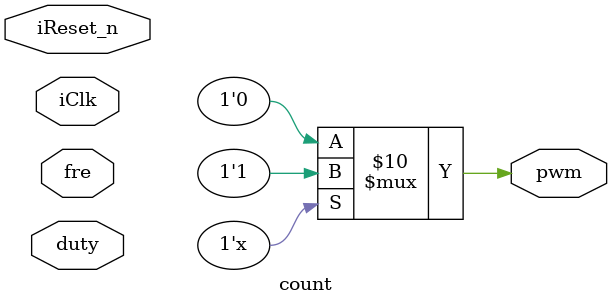
<source format=v>
module count (
	iClk,
   iReset_n,
   fre,
   duty,
   pwm
);
   input iClk;
   input iReset_n;
   input [1 : 0] fre;
   input [2 : 0] duty;
   reg [5 : 0]  c;
	output reg pwm;
	
	integer loop ;
	integer d;	
	integer duty_count ;
   always @(posedge iClk, negedge iReset_n)
     begin
        if (~iReset_n) begin
           c <= 6'b0;
        end
        else
          begin
            c <= (c == loop - 1) ? 4'b0 : c + 1;
          end
     end 
     always @* begin
   	pwm = (c <= duty_count) ? 1'b1 : 1'b0;
		loop = (fre == 0) ? 5 : (fre == 1) ? 10 : (fre == 2) ? 25 : (fre == 3) ? 50 : 1;
		d = (duty == 0 ) ? 100 :(duty == 1) ? 80 : (duty == 2) ? 50 : (duty == 3) ? 25 : (duty == 4) ? 10 : 0;
		duty_count = loop * (d/100.0); //loop=10 duty_count=5
     end  
 
  
endmodule

</source>
